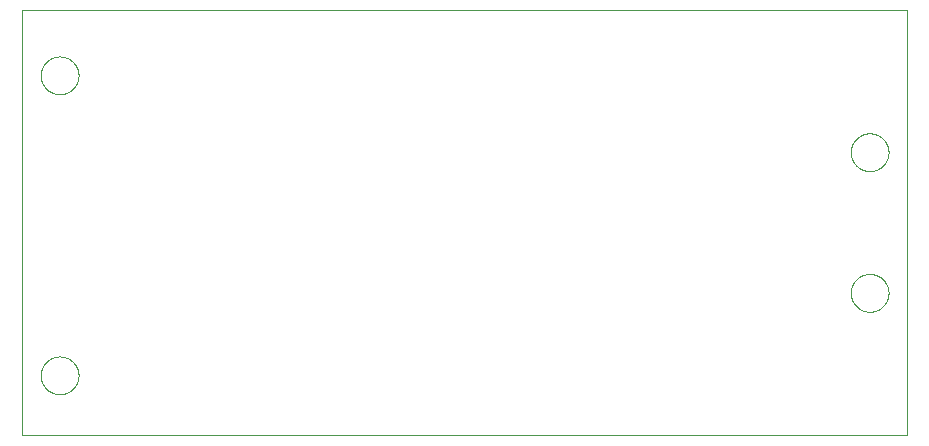
<source format=gko>
G75*
%MOIN*%
%OFA0B0*%
%FSLAX25Y25*%
%IPPOS*%
%LPD*%
%AMOC8*
5,1,8,0,0,1.08239X$1,22.5*
%
%ADD10C,0.00000*%
D10*
X0026430Y0040655D02*
X0026430Y0182387D01*
X0321430Y0182387D01*
X0321430Y0040655D01*
X0026430Y0040655D01*
X0032631Y0060655D02*
X0032633Y0060813D01*
X0032639Y0060971D01*
X0032649Y0061129D01*
X0032663Y0061287D01*
X0032681Y0061444D01*
X0032702Y0061601D01*
X0032728Y0061757D01*
X0032758Y0061913D01*
X0032791Y0062068D01*
X0032829Y0062221D01*
X0032870Y0062374D01*
X0032915Y0062526D01*
X0032964Y0062677D01*
X0033017Y0062826D01*
X0033073Y0062974D01*
X0033133Y0063120D01*
X0033197Y0063265D01*
X0033265Y0063408D01*
X0033336Y0063550D01*
X0033410Y0063690D01*
X0033488Y0063827D01*
X0033570Y0063963D01*
X0033654Y0064097D01*
X0033743Y0064228D01*
X0033834Y0064357D01*
X0033929Y0064484D01*
X0034026Y0064609D01*
X0034127Y0064731D01*
X0034231Y0064850D01*
X0034338Y0064967D01*
X0034448Y0065081D01*
X0034561Y0065192D01*
X0034676Y0065301D01*
X0034794Y0065406D01*
X0034915Y0065508D01*
X0035038Y0065608D01*
X0035164Y0065704D01*
X0035292Y0065797D01*
X0035422Y0065887D01*
X0035555Y0065973D01*
X0035690Y0066057D01*
X0035826Y0066136D01*
X0035965Y0066213D01*
X0036106Y0066285D01*
X0036248Y0066355D01*
X0036392Y0066420D01*
X0036538Y0066482D01*
X0036685Y0066540D01*
X0036834Y0066595D01*
X0036984Y0066646D01*
X0037135Y0066693D01*
X0037287Y0066736D01*
X0037440Y0066775D01*
X0037595Y0066811D01*
X0037750Y0066842D01*
X0037906Y0066870D01*
X0038062Y0066894D01*
X0038219Y0066914D01*
X0038377Y0066930D01*
X0038534Y0066942D01*
X0038693Y0066950D01*
X0038851Y0066954D01*
X0039009Y0066954D01*
X0039167Y0066950D01*
X0039326Y0066942D01*
X0039483Y0066930D01*
X0039641Y0066914D01*
X0039798Y0066894D01*
X0039954Y0066870D01*
X0040110Y0066842D01*
X0040265Y0066811D01*
X0040420Y0066775D01*
X0040573Y0066736D01*
X0040725Y0066693D01*
X0040876Y0066646D01*
X0041026Y0066595D01*
X0041175Y0066540D01*
X0041322Y0066482D01*
X0041468Y0066420D01*
X0041612Y0066355D01*
X0041754Y0066285D01*
X0041895Y0066213D01*
X0042034Y0066136D01*
X0042170Y0066057D01*
X0042305Y0065973D01*
X0042438Y0065887D01*
X0042568Y0065797D01*
X0042696Y0065704D01*
X0042822Y0065608D01*
X0042945Y0065508D01*
X0043066Y0065406D01*
X0043184Y0065301D01*
X0043299Y0065192D01*
X0043412Y0065081D01*
X0043522Y0064967D01*
X0043629Y0064850D01*
X0043733Y0064731D01*
X0043834Y0064609D01*
X0043931Y0064484D01*
X0044026Y0064357D01*
X0044117Y0064228D01*
X0044206Y0064097D01*
X0044290Y0063963D01*
X0044372Y0063827D01*
X0044450Y0063690D01*
X0044524Y0063550D01*
X0044595Y0063408D01*
X0044663Y0063265D01*
X0044727Y0063120D01*
X0044787Y0062974D01*
X0044843Y0062826D01*
X0044896Y0062677D01*
X0044945Y0062526D01*
X0044990Y0062374D01*
X0045031Y0062221D01*
X0045069Y0062068D01*
X0045102Y0061913D01*
X0045132Y0061757D01*
X0045158Y0061601D01*
X0045179Y0061444D01*
X0045197Y0061287D01*
X0045211Y0061129D01*
X0045221Y0060971D01*
X0045227Y0060813D01*
X0045229Y0060655D01*
X0045227Y0060497D01*
X0045221Y0060339D01*
X0045211Y0060181D01*
X0045197Y0060023D01*
X0045179Y0059866D01*
X0045158Y0059709D01*
X0045132Y0059553D01*
X0045102Y0059397D01*
X0045069Y0059242D01*
X0045031Y0059089D01*
X0044990Y0058936D01*
X0044945Y0058784D01*
X0044896Y0058633D01*
X0044843Y0058484D01*
X0044787Y0058336D01*
X0044727Y0058190D01*
X0044663Y0058045D01*
X0044595Y0057902D01*
X0044524Y0057760D01*
X0044450Y0057620D01*
X0044372Y0057483D01*
X0044290Y0057347D01*
X0044206Y0057213D01*
X0044117Y0057082D01*
X0044026Y0056953D01*
X0043931Y0056826D01*
X0043834Y0056701D01*
X0043733Y0056579D01*
X0043629Y0056460D01*
X0043522Y0056343D01*
X0043412Y0056229D01*
X0043299Y0056118D01*
X0043184Y0056009D01*
X0043066Y0055904D01*
X0042945Y0055802D01*
X0042822Y0055702D01*
X0042696Y0055606D01*
X0042568Y0055513D01*
X0042438Y0055423D01*
X0042305Y0055337D01*
X0042170Y0055253D01*
X0042034Y0055174D01*
X0041895Y0055097D01*
X0041754Y0055025D01*
X0041612Y0054955D01*
X0041468Y0054890D01*
X0041322Y0054828D01*
X0041175Y0054770D01*
X0041026Y0054715D01*
X0040876Y0054664D01*
X0040725Y0054617D01*
X0040573Y0054574D01*
X0040420Y0054535D01*
X0040265Y0054499D01*
X0040110Y0054468D01*
X0039954Y0054440D01*
X0039798Y0054416D01*
X0039641Y0054396D01*
X0039483Y0054380D01*
X0039326Y0054368D01*
X0039167Y0054360D01*
X0039009Y0054356D01*
X0038851Y0054356D01*
X0038693Y0054360D01*
X0038534Y0054368D01*
X0038377Y0054380D01*
X0038219Y0054396D01*
X0038062Y0054416D01*
X0037906Y0054440D01*
X0037750Y0054468D01*
X0037595Y0054499D01*
X0037440Y0054535D01*
X0037287Y0054574D01*
X0037135Y0054617D01*
X0036984Y0054664D01*
X0036834Y0054715D01*
X0036685Y0054770D01*
X0036538Y0054828D01*
X0036392Y0054890D01*
X0036248Y0054955D01*
X0036106Y0055025D01*
X0035965Y0055097D01*
X0035826Y0055174D01*
X0035690Y0055253D01*
X0035555Y0055337D01*
X0035422Y0055423D01*
X0035292Y0055513D01*
X0035164Y0055606D01*
X0035038Y0055702D01*
X0034915Y0055802D01*
X0034794Y0055904D01*
X0034676Y0056009D01*
X0034561Y0056118D01*
X0034448Y0056229D01*
X0034338Y0056343D01*
X0034231Y0056460D01*
X0034127Y0056579D01*
X0034026Y0056701D01*
X0033929Y0056826D01*
X0033834Y0056953D01*
X0033743Y0057082D01*
X0033654Y0057213D01*
X0033570Y0057347D01*
X0033488Y0057483D01*
X0033410Y0057620D01*
X0033336Y0057760D01*
X0033265Y0057902D01*
X0033197Y0058045D01*
X0033133Y0058190D01*
X0033073Y0058336D01*
X0033017Y0058484D01*
X0032964Y0058633D01*
X0032915Y0058784D01*
X0032870Y0058936D01*
X0032829Y0059089D01*
X0032791Y0059242D01*
X0032758Y0059397D01*
X0032728Y0059553D01*
X0032702Y0059709D01*
X0032681Y0059866D01*
X0032663Y0060023D01*
X0032649Y0060181D01*
X0032639Y0060339D01*
X0032633Y0060497D01*
X0032631Y0060655D01*
X0032631Y0160655D02*
X0032633Y0160813D01*
X0032639Y0160971D01*
X0032649Y0161129D01*
X0032663Y0161287D01*
X0032681Y0161444D01*
X0032702Y0161601D01*
X0032728Y0161757D01*
X0032758Y0161913D01*
X0032791Y0162068D01*
X0032829Y0162221D01*
X0032870Y0162374D01*
X0032915Y0162526D01*
X0032964Y0162677D01*
X0033017Y0162826D01*
X0033073Y0162974D01*
X0033133Y0163120D01*
X0033197Y0163265D01*
X0033265Y0163408D01*
X0033336Y0163550D01*
X0033410Y0163690D01*
X0033488Y0163827D01*
X0033570Y0163963D01*
X0033654Y0164097D01*
X0033743Y0164228D01*
X0033834Y0164357D01*
X0033929Y0164484D01*
X0034026Y0164609D01*
X0034127Y0164731D01*
X0034231Y0164850D01*
X0034338Y0164967D01*
X0034448Y0165081D01*
X0034561Y0165192D01*
X0034676Y0165301D01*
X0034794Y0165406D01*
X0034915Y0165508D01*
X0035038Y0165608D01*
X0035164Y0165704D01*
X0035292Y0165797D01*
X0035422Y0165887D01*
X0035555Y0165973D01*
X0035690Y0166057D01*
X0035826Y0166136D01*
X0035965Y0166213D01*
X0036106Y0166285D01*
X0036248Y0166355D01*
X0036392Y0166420D01*
X0036538Y0166482D01*
X0036685Y0166540D01*
X0036834Y0166595D01*
X0036984Y0166646D01*
X0037135Y0166693D01*
X0037287Y0166736D01*
X0037440Y0166775D01*
X0037595Y0166811D01*
X0037750Y0166842D01*
X0037906Y0166870D01*
X0038062Y0166894D01*
X0038219Y0166914D01*
X0038377Y0166930D01*
X0038534Y0166942D01*
X0038693Y0166950D01*
X0038851Y0166954D01*
X0039009Y0166954D01*
X0039167Y0166950D01*
X0039326Y0166942D01*
X0039483Y0166930D01*
X0039641Y0166914D01*
X0039798Y0166894D01*
X0039954Y0166870D01*
X0040110Y0166842D01*
X0040265Y0166811D01*
X0040420Y0166775D01*
X0040573Y0166736D01*
X0040725Y0166693D01*
X0040876Y0166646D01*
X0041026Y0166595D01*
X0041175Y0166540D01*
X0041322Y0166482D01*
X0041468Y0166420D01*
X0041612Y0166355D01*
X0041754Y0166285D01*
X0041895Y0166213D01*
X0042034Y0166136D01*
X0042170Y0166057D01*
X0042305Y0165973D01*
X0042438Y0165887D01*
X0042568Y0165797D01*
X0042696Y0165704D01*
X0042822Y0165608D01*
X0042945Y0165508D01*
X0043066Y0165406D01*
X0043184Y0165301D01*
X0043299Y0165192D01*
X0043412Y0165081D01*
X0043522Y0164967D01*
X0043629Y0164850D01*
X0043733Y0164731D01*
X0043834Y0164609D01*
X0043931Y0164484D01*
X0044026Y0164357D01*
X0044117Y0164228D01*
X0044206Y0164097D01*
X0044290Y0163963D01*
X0044372Y0163827D01*
X0044450Y0163690D01*
X0044524Y0163550D01*
X0044595Y0163408D01*
X0044663Y0163265D01*
X0044727Y0163120D01*
X0044787Y0162974D01*
X0044843Y0162826D01*
X0044896Y0162677D01*
X0044945Y0162526D01*
X0044990Y0162374D01*
X0045031Y0162221D01*
X0045069Y0162068D01*
X0045102Y0161913D01*
X0045132Y0161757D01*
X0045158Y0161601D01*
X0045179Y0161444D01*
X0045197Y0161287D01*
X0045211Y0161129D01*
X0045221Y0160971D01*
X0045227Y0160813D01*
X0045229Y0160655D01*
X0045227Y0160497D01*
X0045221Y0160339D01*
X0045211Y0160181D01*
X0045197Y0160023D01*
X0045179Y0159866D01*
X0045158Y0159709D01*
X0045132Y0159553D01*
X0045102Y0159397D01*
X0045069Y0159242D01*
X0045031Y0159089D01*
X0044990Y0158936D01*
X0044945Y0158784D01*
X0044896Y0158633D01*
X0044843Y0158484D01*
X0044787Y0158336D01*
X0044727Y0158190D01*
X0044663Y0158045D01*
X0044595Y0157902D01*
X0044524Y0157760D01*
X0044450Y0157620D01*
X0044372Y0157483D01*
X0044290Y0157347D01*
X0044206Y0157213D01*
X0044117Y0157082D01*
X0044026Y0156953D01*
X0043931Y0156826D01*
X0043834Y0156701D01*
X0043733Y0156579D01*
X0043629Y0156460D01*
X0043522Y0156343D01*
X0043412Y0156229D01*
X0043299Y0156118D01*
X0043184Y0156009D01*
X0043066Y0155904D01*
X0042945Y0155802D01*
X0042822Y0155702D01*
X0042696Y0155606D01*
X0042568Y0155513D01*
X0042438Y0155423D01*
X0042305Y0155337D01*
X0042170Y0155253D01*
X0042034Y0155174D01*
X0041895Y0155097D01*
X0041754Y0155025D01*
X0041612Y0154955D01*
X0041468Y0154890D01*
X0041322Y0154828D01*
X0041175Y0154770D01*
X0041026Y0154715D01*
X0040876Y0154664D01*
X0040725Y0154617D01*
X0040573Y0154574D01*
X0040420Y0154535D01*
X0040265Y0154499D01*
X0040110Y0154468D01*
X0039954Y0154440D01*
X0039798Y0154416D01*
X0039641Y0154396D01*
X0039483Y0154380D01*
X0039326Y0154368D01*
X0039167Y0154360D01*
X0039009Y0154356D01*
X0038851Y0154356D01*
X0038693Y0154360D01*
X0038534Y0154368D01*
X0038377Y0154380D01*
X0038219Y0154396D01*
X0038062Y0154416D01*
X0037906Y0154440D01*
X0037750Y0154468D01*
X0037595Y0154499D01*
X0037440Y0154535D01*
X0037287Y0154574D01*
X0037135Y0154617D01*
X0036984Y0154664D01*
X0036834Y0154715D01*
X0036685Y0154770D01*
X0036538Y0154828D01*
X0036392Y0154890D01*
X0036248Y0154955D01*
X0036106Y0155025D01*
X0035965Y0155097D01*
X0035826Y0155174D01*
X0035690Y0155253D01*
X0035555Y0155337D01*
X0035422Y0155423D01*
X0035292Y0155513D01*
X0035164Y0155606D01*
X0035038Y0155702D01*
X0034915Y0155802D01*
X0034794Y0155904D01*
X0034676Y0156009D01*
X0034561Y0156118D01*
X0034448Y0156229D01*
X0034338Y0156343D01*
X0034231Y0156460D01*
X0034127Y0156579D01*
X0034026Y0156701D01*
X0033929Y0156826D01*
X0033834Y0156953D01*
X0033743Y0157082D01*
X0033654Y0157213D01*
X0033570Y0157347D01*
X0033488Y0157483D01*
X0033410Y0157620D01*
X0033336Y0157760D01*
X0033265Y0157902D01*
X0033197Y0158045D01*
X0033133Y0158190D01*
X0033073Y0158336D01*
X0033017Y0158484D01*
X0032964Y0158633D01*
X0032915Y0158784D01*
X0032870Y0158936D01*
X0032829Y0159089D01*
X0032791Y0159242D01*
X0032758Y0159397D01*
X0032728Y0159553D01*
X0032702Y0159709D01*
X0032681Y0159866D01*
X0032663Y0160023D01*
X0032649Y0160181D01*
X0032639Y0160339D01*
X0032633Y0160497D01*
X0032631Y0160655D01*
X0302631Y0135030D02*
X0302633Y0135188D01*
X0302639Y0135346D01*
X0302649Y0135504D01*
X0302663Y0135662D01*
X0302681Y0135819D01*
X0302702Y0135976D01*
X0302728Y0136132D01*
X0302758Y0136288D01*
X0302791Y0136443D01*
X0302829Y0136596D01*
X0302870Y0136749D01*
X0302915Y0136901D01*
X0302964Y0137052D01*
X0303017Y0137201D01*
X0303073Y0137349D01*
X0303133Y0137495D01*
X0303197Y0137640D01*
X0303265Y0137783D01*
X0303336Y0137925D01*
X0303410Y0138065D01*
X0303488Y0138202D01*
X0303570Y0138338D01*
X0303654Y0138472D01*
X0303743Y0138603D01*
X0303834Y0138732D01*
X0303929Y0138859D01*
X0304026Y0138984D01*
X0304127Y0139106D01*
X0304231Y0139225D01*
X0304338Y0139342D01*
X0304448Y0139456D01*
X0304561Y0139567D01*
X0304676Y0139676D01*
X0304794Y0139781D01*
X0304915Y0139883D01*
X0305038Y0139983D01*
X0305164Y0140079D01*
X0305292Y0140172D01*
X0305422Y0140262D01*
X0305555Y0140348D01*
X0305690Y0140432D01*
X0305826Y0140511D01*
X0305965Y0140588D01*
X0306106Y0140660D01*
X0306248Y0140730D01*
X0306392Y0140795D01*
X0306538Y0140857D01*
X0306685Y0140915D01*
X0306834Y0140970D01*
X0306984Y0141021D01*
X0307135Y0141068D01*
X0307287Y0141111D01*
X0307440Y0141150D01*
X0307595Y0141186D01*
X0307750Y0141217D01*
X0307906Y0141245D01*
X0308062Y0141269D01*
X0308219Y0141289D01*
X0308377Y0141305D01*
X0308534Y0141317D01*
X0308693Y0141325D01*
X0308851Y0141329D01*
X0309009Y0141329D01*
X0309167Y0141325D01*
X0309326Y0141317D01*
X0309483Y0141305D01*
X0309641Y0141289D01*
X0309798Y0141269D01*
X0309954Y0141245D01*
X0310110Y0141217D01*
X0310265Y0141186D01*
X0310420Y0141150D01*
X0310573Y0141111D01*
X0310725Y0141068D01*
X0310876Y0141021D01*
X0311026Y0140970D01*
X0311175Y0140915D01*
X0311322Y0140857D01*
X0311468Y0140795D01*
X0311612Y0140730D01*
X0311754Y0140660D01*
X0311895Y0140588D01*
X0312034Y0140511D01*
X0312170Y0140432D01*
X0312305Y0140348D01*
X0312438Y0140262D01*
X0312568Y0140172D01*
X0312696Y0140079D01*
X0312822Y0139983D01*
X0312945Y0139883D01*
X0313066Y0139781D01*
X0313184Y0139676D01*
X0313299Y0139567D01*
X0313412Y0139456D01*
X0313522Y0139342D01*
X0313629Y0139225D01*
X0313733Y0139106D01*
X0313834Y0138984D01*
X0313931Y0138859D01*
X0314026Y0138732D01*
X0314117Y0138603D01*
X0314206Y0138472D01*
X0314290Y0138338D01*
X0314372Y0138202D01*
X0314450Y0138065D01*
X0314524Y0137925D01*
X0314595Y0137783D01*
X0314663Y0137640D01*
X0314727Y0137495D01*
X0314787Y0137349D01*
X0314843Y0137201D01*
X0314896Y0137052D01*
X0314945Y0136901D01*
X0314990Y0136749D01*
X0315031Y0136596D01*
X0315069Y0136443D01*
X0315102Y0136288D01*
X0315132Y0136132D01*
X0315158Y0135976D01*
X0315179Y0135819D01*
X0315197Y0135662D01*
X0315211Y0135504D01*
X0315221Y0135346D01*
X0315227Y0135188D01*
X0315229Y0135030D01*
X0315227Y0134872D01*
X0315221Y0134714D01*
X0315211Y0134556D01*
X0315197Y0134398D01*
X0315179Y0134241D01*
X0315158Y0134084D01*
X0315132Y0133928D01*
X0315102Y0133772D01*
X0315069Y0133617D01*
X0315031Y0133464D01*
X0314990Y0133311D01*
X0314945Y0133159D01*
X0314896Y0133008D01*
X0314843Y0132859D01*
X0314787Y0132711D01*
X0314727Y0132565D01*
X0314663Y0132420D01*
X0314595Y0132277D01*
X0314524Y0132135D01*
X0314450Y0131995D01*
X0314372Y0131858D01*
X0314290Y0131722D01*
X0314206Y0131588D01*
X0314117Y0131457D01*
X0314026Y0131328D01*
X0313931Y0131201D01*
X0313834Y0131076D01*
X0313733Y0130954D01*
X0313629Y0130835D01*
X0313522Y0130718D01*
X0313412Y0130604D01*
X0313299Y0130493D01*
X0313184Y0130384D01*
X0313066Y0130279D01*
X0312945Y0130177D01*
X0312822Y0130077D01*
X0312696Y0129981D01*
X0312568Y0129888D01*
X0312438Y0129798D01*
X0312305Y0129712D01*
X0312170Y0129628D01*
X0312034Y0129549D01*
X0311895Y0129472D01*
X0311754Y0129400D01*
X0311612Y0129330D01*
X0311468Y0129265D01*
X0311322Y0129203D01*
X0311175Y0129145D01*
X0311026Y0129090D01*
X0310876Y0129039D01*
X0310725Y0128992D01*
X0310573Y0128949D01*
X0310420Y0128910D01*
X0310265Y0128874D01*
X0310110Y0128843D01*
X0309954Y0128815D01*
X0309798Y0128791D01*
X0309641Y0128771D01*
X0309483Y0128755D01*
X0309326Y0128743D01*
X0309167Y0128735D01*
X0309009Y0128731D01*
X0308851Y0128731D01*
X0308693Y0128735D01*
X0308534Y0128743D01*
X0308377Y0128755D01*
X0308219Y0128771D01*
X0308062Y0128791D01*
X0307906Y0128815D01*
X0307750Y0128843D01*
X0307595Y0128874D01*
X0307440Y0128910D01*
X0307287Y0128949D01*
X0307135Y0128992D01*
X0306984Y0129039D01*
X0306834Y0129090D01*
X0306685Y0129145D01*
X0306538Y0129203D01*
X0306392Y0129265D01*
X0306248Y0129330D01*
X0306106Y0129400D01*
X0305965Y0129472D01*
X0305826Y0129549D01*
X0305690Y0129628D01*
X0305555Y0129712D01*
X0305422Y0129798D01*
X0305292Y0129888D01*
X0305164Y0129981D01*
X0305038Y0130077D01*
X0304915Y0130177D01*
X0304794Y0130279D01*
X0304676Y0130384D01*
X0304561Y0130493D01*
X0304448Y0130604D01*
X0304338Y0130718D01*
X0304231Y0130835D01*
X0304127Y0130954D01*
X0304026Y0131076D01*
X0303929Y0131201D01*
X0303834Y0131328D01*
X0303743Y0131457D01*
X0303654Y0131588D01*
X0303570Y0131722D01*
X0303488Y0131858D01*
X0303410Y0131995D01*
X0303336Y0132135D01*
X0303265Y0132277D01*
X0303197Y0132420D01*
X0303133Y0132565D01*
X0303073Y0132711D01*
X0303017Y0132859D01*
X0302964Y0133008D01*
X0302915Y0133159D01*
X0302870Y0133311D01*
X0302829Y0133464D01*
X0302791Y0133617D01*
X0302758Y0133772D01*
X0302728Y0133928D01*
X0302702Y0134084D01*
X0302681Y0134241D01*
X0302663Y0134398D01*
X0302649Y0134556D01*
X0302639Y0134714D01*
X0302633Y0134872D01*
X0302631Y0135030D01*
X0302631Y0088155D02*
X0302633Y0088313D01*
X0302639Y0088471D01*
X0302649Y0088629D01*
X0302663Y0088787D01*
X0302681Y0088944D01*
X0302702Y0089101D01*
X0302728Y0089257D01*
X0302758Y0089413D01*
X0302791Y0089568D01*
X0302829Y0089721D01*
X0302870Y0089874D01*
X0302915Y0090026D01*
X0302964Y0090177D01*
X0303017Y0090326D01*
X0303073Y0090474D01*
X0303133Y0090620D01*
X0303197Y0090765D01*
X0303265Y0090908D01*
X0303336Y0091050D01*
X0303410Y0091190D01*
X0303488Y0091327D01*
X0303570Y0091463D01*
X0303654Y0091597D01*
X0303743Y0091728D01*
X0303834Y0091857D01*
X0303929Y0091984D01*
X0304026Y0092109D01*
X0304127Y0092231D01*
X0304231Y0092350D01*
X0304338Y0092467D01*
X0304448Y0092581D01*
X0304561Y0092692D01*
X0304676Y0092801D01*
X0304794Y0092906D01*
X0304915Y0093008D01*
X0305038Y0093108D01*
X0305164Y0093204D01*
X0305292Y0093297D01*
X0305422Y0093387D01*
X0305555Y0093473D01*
X0305690Y0093557D01*
X0305826Y0093636D01*
X0305965Y0093713D01*
X0306106Y0093785D01*
X0306248Y0093855D01*
X0306392Y0093920D01*
X0306538Y0093982D01*
X0306685Y0094040D01*
X0306834Y0094095D01*
X0306984Y0094146D01*
X0307135Y0094193D01*
X0307287Y0094236D01*
X0307440Y0094275D01*
X0307595Y0094311D01*
X0307750Y0094342D01*
X0307906Y0094370D01*
X0308062Y0094394D01*
X0308219Y0094414D01*
X0308377Y0094430D01*
X0308534Y0094442D01*
X0308693Y0094450D01*
X0308851Y0094454D01*
X0309009Y0094454D01*
X0309167Y0094450D01*
X0309326Y0094442D01*
X0309483Y0094430D01*
X0309641Y0094414D01*
X0309798Y0094394D01*
X0309954Y0094370D01*
X0310110Y0094342D01*
X0310265Y0094311D01*
X0310420Y0094275D01*
X0310573Y0094236D01*
X0310725Y0094193D01*
X0310876Y0094146D01*
X0311026Y0094095D01*
X0311175Y0094040D01*
X0311322Y0093982D01*
X0311468Y0093920D01*
X0311612Y0093855D01*
X0311754Y0093785D01*
X0311895Y0093713D01*
X0312034Y0093636D01*
X0312170Y0093557D01*
X0312305Y0093473D01*
X0312438Y0093387D01*
X0312568Y0093297D01*
X0312696Y0093204D01*
X0312822Y0093108D01*
X0312945Y0093008D01*
X0313066Y0092906D01*
X0313184Y0092801D01*
X0313299Y0092692D01*
X0313412Y0092581D01*
X0313522Y0092467D01*
X0313629Y0092350D01*
X0313733Y0092231D01*
X0313834Y0092109D01*
X0313931Y0091984D01*
X0314026Y0091857D01*
X0314117Y0091728D01*
X0314206Y0091597D01*
X0314290Y0091463D01*
X0314372Y0091327D01*
X0314450Y0091190D01*
X0314524Y0091050D01*
X0314595Y0090908D01*
X0314663Y0090765D01*
X0314727Y0090620D01*
X0314787Y0090474D01*
X0314843Y0090326D01*
X0314896Y0090177D01*
X0314945Y0090026D01*
X0314990Y0089874D01*
X0315031Y0089721D01*
X0315069Y0089568D01*
X0315102Y0089413D01*
X0315132Y0089257D01*
X0315158Y0089101D01*
X0315179Y0088944D01*
X0315197Y0088787D01*
X0315211Y0088629D01*
X0315221Y0088471D01*
X0315227Y0088313D01*
X0315229Y0088155D01*
X0315227Y0087997D01*
X0315221Y0087839D01*
X0315211Y0087681D01*
X0315197Y0087523D01*
X0315179Y0087366D01*
X0315158Y0087209D01*
X0315132Y0087053D01*
X0315102Y0086897D01*
X0315069Y0086742D01*
X0315031Y0086589D01*
X0314990Y0086436D01*
X0314945Y0086284D01*
X0314896Y0086133D01*
X0314843Y0085984D01*
X0314787Y0085836D01*
X0314727Y0085690D01*
X0314663Y0085545D01*
X0314595Y0085402D01*
X0314524Y0085260D01*
X0314450Y0085120D01*
X0314372Y0084983D01*
X0314290Y0084847D01*
X0314206Y0084713D01*
X0314117Y0084582D01*
X0314026Y0084453D01*
X0313931Y0084326D01*
X0313834Y0084201D01*
X0313733Y0084079D01*
X0313629Y0083960D01*
X0313522Y0083843D01*
X0313412Y0083729D01*
X0313299Y0083618D01*
X0313184Y0083509D01*
X0313066Y0083404D01*
X0312945Y0083302D01*
X0312822Y0083202D01*
X0312696Y0083106D01*
X0312568Y0083013D01*
X0312438Y0082923D01*
X0312305Y0082837D01*
X0312170Y0082753D01*
X0312034Y0082674D01*
X0311895Y0082597D01*
X0311754Y0082525D01*
X0311612Y0082455D01*
X0311468Y0082390D01*
X0311322Y0082328D01*
X0311175Y0082270D01*
X0311026Y0082215D01*
X0310876Y0082164D01*
X0310725Y0082117D01*
X0310573Y0082074D01*
X0310420Y0082035D01*
X0310265Y0081999D01*
X0310110Y0081968D01*
X0309954Y0081940D01*
X0309798Y0081916D01*
X0309641Y0081896D01*
X0309483Y0081880D01*
X0309326Y0081868D01*
X0309167Y0081860D01*
X0309009Y0081856D01*
X0308851Y0081856D01*
X0308693Y0081860D01*
X0308534Y0081868D01*
X0308377Y0081880D01*
X0308219Y0081896D01*
X0308062Y0081916D01*
X0307906Y0081940D01*
X0307750Y0081968D01*
X0307595Y0081999D01*
X0307440Y0082035D01*
X0307287Y0082074D01*
X0307135Y0082117D01*
X0306984Y0082164D01*
X0306834Y0082215D01*
X0306685Y0082270D01*
X0306538Y0082328D01*
X0306392Y0082390D01*
X0306248Y0082455D01*
X0306106Y0082525D01*
X0305965Y0082597D01*
X0305826Y0082674D01*
X0305690Y0082753D01*
X0305555Y0082837D01*
X0305422Y0082923D01*
X0305292Y0083013D01*
X0305164Y0083106D01*
X0305038Y0083202D01*
X0304915Y0083302D01*
X0304794Y0083404D01*
X0304676Y0083509D01*
X0304561Y0083618D01*
X0304448Y0083729D01*
X0304338Y0083843D01*
X0304231Y0083960D01*
X0304127Y0084079D01*
X0304026Y0084201D01*
X0303929Y0084326D01*
X0303834Y0084453D01*
X0303743Y0084582D01*
X0303654Y0084713D01*
X0303570Y0084847D01*
X0303488Y0084983D01*
X0303410Y0085120D01*
X0303336Y0085260D01*
X0303265Y0085402D01*
X0303197Y0085545D01*
X0303133Y0085690D01*
X0303073Y0085836D01*
X0303017Y0085984D01*
X0302964Y0086133D01*
X0302915Y0086284D01*
X0302870Y0086436D01*
X0302829Y0086589D01*
X0302791Y0086742D01*
X0302758Y0086897D01*
X0302728Y0087053D01*
X0302702Y0087209D01*
X0302681Y0087366D01*
X0302663Y0087523D01*
X0302649Y0087681D01*
X0302639Y0087839D01*
X0302633Y0087997D01*
X0302631Y0088155D01*
M02*

</source>
